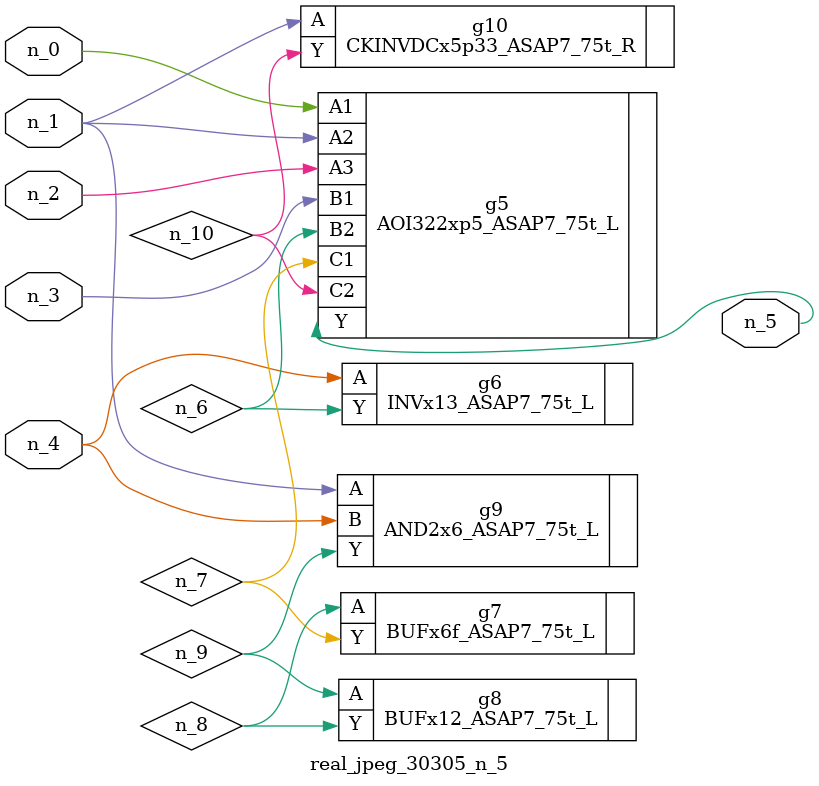
<source format=v>
module real_jpeg_30305_n_5 (n_4, n_0, n_1, n_2, n_3, n_5);

input n_4;
input n_0;
input n_1;
input n_2;
input n_3;

output n_5;

wire n_8;
wire n_6;
wire n_7;
wire n_10;
wire n_9;

AOI322xp5_ASAP7_75t_L g5 ( 
.A1(n_0),
.A2(n_1),
.A3(n_2),
.B1(n_3),
.B2(n_6),
.C1(n_7),
.C2(n_10),
.Y(n_5)
);

AND2x6_ASAP7_75t_L g9 ( 
.A(n_1),
.B(n_4),
.Y(n_9)
);

CKINVDCx5p33_ASAP7_75t_R g10 ( 
.A(n_1),
.Y(n_10)
);

INVx13_ASAP7_75t_L g6 ( 
.A(n_4),
.Y(n_6)
);

BUFx6f_ASAP7_75t_L g7 ( 
.A(n_8),
.Y(n_7)
);

BUFx12_ASAP7_75t_L g8 ( 
.A(n_9),
.Y(n_8)
);


endmodule
</source>
